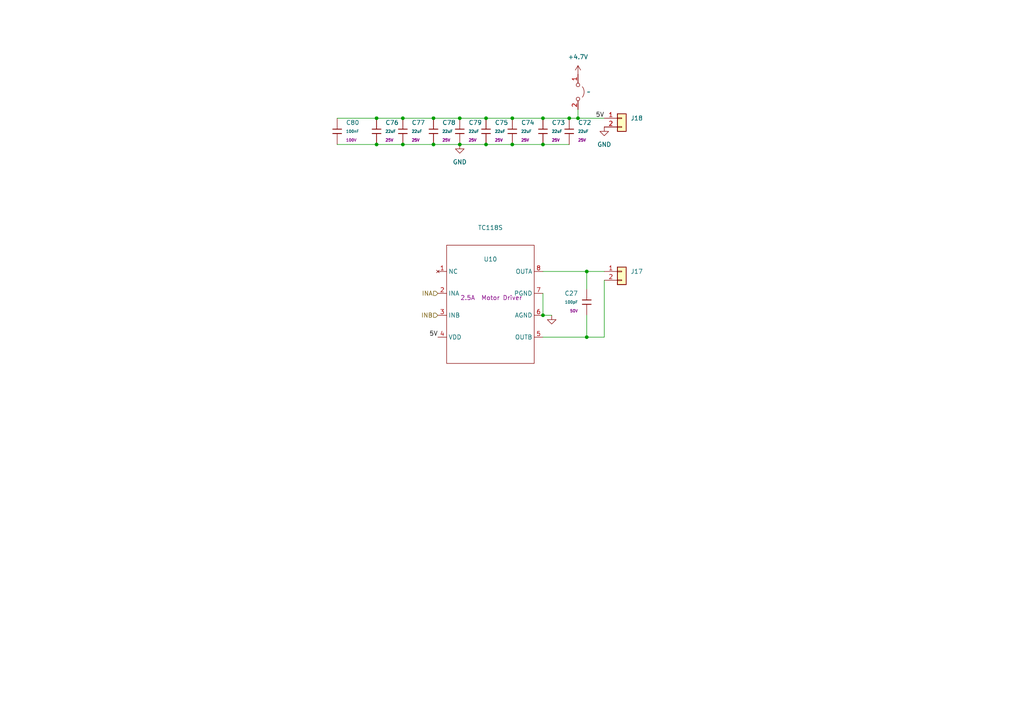
<source format=kicad_sch>
(kicad_sch (version 20250114) (generator "eeschema") (generator_version "9.0")
  (paper "A4")
  (lib_symbols
    (symbol "Connector_Generic:Conn_01x02" (pin_names (offset 1.016) (hide yes))
      (property "Reference" "J" (at 0 2.54 0))
      (property "Value" "Conn_01x02" (at 0 -5.08 0))
      (symbol "Conn_01x02_1_1"
        (rectangle (start -1.27 1.27) (end 1.27 -3.81) (stroke (width 0.254)) (fill (type background)))
        (rectangle (start -1.27 0.127) (end 0 -0.127) (stroke (width 0.1524)))
        (rectangle (start -1.27 -2.413) (end 0 -2.667) (stroke (width 0.1524)))
        (pin passive line (at -5.08 0 0) (length 3.81) (name "Pin_1") (number "1"))
        (pin passive line (at -5.08 -2.54 0) (length 3.81) (name "Pin_2") (number "2"))
      )
    )
    (symbol "Jumper:Jumper_2_Open" (pin_names (offset 0) (hide yes))
      (property "Reference" "JP" (at 0 2.794 0))
      (property "Value" "Jumper_2_Open" (at 0 -2.286 0))
      (symbol "Jumper_2_Open_0_0"
        (circle (center -2.032 0) (radius 0.508))
        (circle (center 2.032 0) (radius 0.508))
      )
      (symbol "Jumper_2_Open_0_1"
        (arc (start -1.524 1.27) (mid 0 1.778) (end 1.524 1.27))
      )
      (symbol "Jumper_2_Open_1_1"
        (pin passive line (at -5.08 0 0) (length 2.54) (name "A") (number "1"))
        (pin passive line (at 5.08 0 180) (length 2.54) (name "B") (number "2"))
      )
    )
    (symbol "PCM_JLCPCB-Capacitors:0402,100pF" (pin_numbers (hide yes)) (pin_names (offset 0))
      (property "Reference" "C" (at 2.032 1.668 0))
      (property "Value" "100pF" (at 2.032 -0.3782 0))
      (property "Voltage Rated" "50V" (at 2.032 -2.0462 0))
      (symbol "0402,100pF_0_1"
        (polyline (pts (xy -1.27 0.635) (xy 1.27 0.635)) (stroke (width 0.254)))
        (polyline (pts (xy -1.27 -0.635) (xy 1.27 -0.635)) (stroke (width 0.254)))
      )
      (symbol "0402,100pF_1_1"
        (pin passive line (at 0 3.81 270) (length 3.175) (name "~") (number "1"))
        (pin passive line (at 0 -3.81 90) (length 3.175) (name "~") (number "2"))
      )
    )
    (symbol "PCM_JLCPCB-Capacitors:0805,100nF" (pin_numbers (hide yes)) (pin_names (offset 0))
      (property "Reference" "C" (at 2.032 1.668 0))
      (property "Value" "100nF" (at 2.032 -0.3782 0))
      (property "Voltage Rated" "100V" (at 2.032 -2.0462 0))
      (symbol "0805,100nF_0_1"
        (polyline (pts (xy -1.27 0.635) (xy 1.27 0.635)) (stroke (width 0.254)))
        (polyline (pts (xy -1.27 -0.635) (xy 1.27 -0.635)) (stroke (width 0.254)))
      )
      (symbol "0805,100nF_1_1"
        (pin passive line (at 0 3.81 270) (length 3.175) (name "~") (number "1"))
        (pin passive line (at 0 -3.81 90) (length 3.175) (name "~") (number "2"))
      )
    )
    (symbol "PCM_JLCPCB-Capacitors:0805,22uF" (pin_numbers (hide yes)) (pin_names (offset 0))
      (property "Reference" "C" (at 2.032 1.668 0))
      (property "Value" "22uF" (at 2.032 -0.3782 0))
      (property "Voltage Rated" "25V" (at 2.032 -2.0462 0))
      (symbol "0805,22uF_0_1"
        (polyline (pts (xy -1.27 0.635) (xy 1.27 0.635)) (stroke (width 0.254)))
        (polyline (pts (xy -1.27 -0.635) (xy 1.27 -0.635)) (stroke (width 0.254)))
      )
      (symbol "0805,22uF_1_1"
        (pin passive line (at 0 3.81 270) (length 3.175) (name "~") (number "1"))
        (pin passive line (at 0 -3.81 90) (length 3.175) (name "~") (number "2"))
      )
    )
    (symbol "TC118S_H-Bridge:TC118S"
      (property "Reference" "U10" (at 0 8.636 0))
      (property "Value" "TC118S" (at 0 17.78 0))
      (property "Description" "2.5A  Motor Driver" (at 0.254 -2.54 0))
      (symbol "TC118S_0_1"
        (rectangle (start -12.7 12.7) (end 12.7 -21.59))
      )
      (symbol "TC118S_1_1"
        (pin no_connect line (at -15.24 5.08 0) (length 2.54) (name "NC") (number "1"))
        (pin input line (at -15.24 -1.27 0) (length 2.54) (name "INA") (number "2"))
        (pin input line (at -15.24 -7.62 0) (length 2.54) (name "INB") (number "3"))
        (pin power_in line (at -15.24 -13.97 0) (length 2.54) (name "VDD") (number "4"))
        (pin power_out line (at 15.24 5.08 180) (length 2.54) (name "OUTA") (number "8"))
        (pin power_in line (at 15.24 -1.27 180) (length 2.54) (name "PGND") (number "7"))
        (pin power_in line (at 15.24 -7.62 180) (length 2.54) (name "AGND") (number "6"))
        (pin power_in line (at 15.24 -13.97 180) (length 2.54) (name "OUTB") (number "5"))
      )
    )
    (symbol "power:+5V" (power) (pin_names (offset 0))
      (property "Value" "+5V" (at 0 3.556 0))
      (symbol "+5V_0_1"
        (polyline (pts (xy -0.762 1.27) (xy 0 2.54)))
        (polyline (pts (xy 0 2.54) (xy 0.762 1.27)))
        (polyline (pts (xy 0 0) (xy 0 2.54)))
      )
      (symbol "+5V_1_1"
        (pin power_in line (at 0 0 90) (length 0) (hide yes) (name "+5V") (number "1"))
      )
    )
    (symbol "power:GND" (power) (pin_numbers (hide yes)) (pin_names (offset 0) (hide yes))
      (property "Value" "GND" (at 0 -3.81 0))
      (symbol "GND_0_1"
        (polyline (pts (xy 0 0) (xy 0 -1.27) (xy 1.27 -1.27) (xy 0 -2.54) (xy -1.27 -1.27) (xy 0 -1.27)))
      )
      (symbol "GND_1_1"
        (pin power_in line (at 0 0 270) (length 0) (name "~") (number "1"))
      )
    )
  )
  (junction (at 165.1 34.29))
  (junction (at 157.48 34.29))
  (junction (at 148.59 34.29))
  (junction (at 167.64 34.29))
  (junction (at 157.48 91.44))
  (junction (at 125.73 34.29))
  (junction (at 109.22 41.91))
  (junction (at 109.22 34.29))
  (junction (at 148.59 41.91))
  (junction (at 116.84 34.29))
  (junction (at 133.35 41.91))
  (junction (at 170.18 78.74))
  (junction (at 170.18 97.79))
  (junction (at 140.97 34.29))
  (junction (at 116.84 41.91))
  (junction (at 125.73 41.91))
  (junction (at 140.97 41.91))
  (junction (at 133.35 34.29))
  (junction (at 157.48 41.91))
  (wire (pts (xy 157.48 78.74) (xy 170.18 78.74)))
  (wire (pts (xy 170.18 83.82) (xy 170.18 78.74)))
  (wire (pts (xy 157.48 34.29) (xy 165.1 34.29)))
  (wire (pts (xy 133.35 41.91) (xy 140.97 41.91)))
  (wire (pts (xy 125.73 34.29) (xy 133.35 34.29)))
  (wire (pts (xy 170.18 91.44) (xy 170.18 97.79)))
  (wire (pts (xy 170.18 78.74) (xy 175.26 78.74)))
  (wire (pts (xy 116.84 41.91) (xy 125.73 41.91)))
  (wire (pts (xy 97.79 41.91) (xy 109.22 41.91)))
  (wire (pts (xy 157.48 85.09) (xy 157.48 91.44)))
  (wire (pts (xy 157.48 97.79) (xy 170.18 97.79)))
  (wire (pts (xy 148.59 34.29) (xy 157.48 34.29)))
  (wire (pts (xy 167.64 31.75) (xy 167.64 34.29)))
  (wire (pts (xy 157.48 91.44) (xy 160.02 91.44)))
  (wire (pts (xy 133.35 34.29) (xy 140.97 34.29)))
  (wire (pts (xy 148.59 41.91) (xy 157.48 41.91)))
  (wire (pts (xy 109.22 34.29) (xy 116.84 34.29)))
  (wire (pts (xy 157.48 41.91) (xy 165.1 41.91)))
  (wire (pts (xy 165.1 34.29) (xy 167.64 34.29)))
  (wire (pts (xy 140.97 34.29) (xy 148.59 34.29)))
  (wire (pts (xy 109.22 41.91) (xy 116.84 41.91)))
  (wire (pts (xy 116.84 34.29) (xy 125.73 34.29)))
  (wire (pts (xy 167.64 34.29) (xy 175.26 34.29)))
  (wire (pts (xy 140.97 41.91) (xy 148.59 41.91)))
  (wire (pts (xy 97.79 34.29) (xy 109.22 34.29)))
  (wire (pts (xy 175.26 97.79) (xy 175.26 81.28)))
  (wire (pts (xy 170.18 97.79) (xy 175.26 97.79)))
  (wire (pts (xy 125.73 41.91) (xy 133.35 41.91)))
  (label "5V" (at 175.26 34.29 180))
  (label "5V" (at 127 97.79 180))
  (hierarchical_label "INA" (shape input) (at 127 85.09 180))
  (hierarchical_label "INB" (shape input) (at 127 91.44 180))
  (symbol (lib_id "power:+5V") (at 167.64 21.59 0) (unit 1)
    (property "Reference" "#PWR0143" (effects (hide yes)))
    (property "Value" "+4.7V" (at 167.64 16.51 0))
  )
  (symbol (lib_id "PCM_JLCPCB-Capacitors:0805,22uF") (at 140.97 38.1 0) (unit 1)
    (property "Reference" "C75" (at 143.51 35.5599 0) (effects (justify left)))
    (property "Value" "22uF" (at 143.51 38.1 0) (effects (font (size 0.8 0.8)) (justify left)))
    (property "Footprint" "PCM_JLCPCB:C_0805" (effects (hide yes)))
    (property "Datasheet" "https://www.lcsc.com/datasheet/lcsc_datasheet_2304140030_Samsung-Electro-Mechanics-CL21A226MAQNNNE_C45783.pdf" (effects (hide yes)))
    (property "Description" "25V 22uF X5R ±20% 0805 Multilayer Ceramic Capacitors MLCC - SMD/SMT ROHS" (effects (hide yes)))
    (property "LCSC" "C45783" (effects (hide yes)))
    (property "Stock" "6479946" (effects (hide yes)))
    (property "Price" "0.027USD" (effects (hide yes)))
    (property "Process" "SMT" (effects (hide yes)))
    (property "Minimum Qty" "20" (effects (hide yes)))
    (property "Attrition Qty" "8" (effects (hide yes)))
    (property "Class" "Basic Component" (effects (hide yes)))
    (property "Category" "Capacitors,Multilayer Ceramic Capacitors MLCC - SMD/SMT" (effects (hide yes)))
    (property "Manufacturer" "Samsung Electro-Mechanics" (effects (hide yes)))
    (property "Part" "CL21A226MAQNNNE" (effects (hide yes)))
    (property "Voltage Rated" "25V" (at 143.51 40.64 0) (effects (font (size 0.8 0.8)) (justify left)))
    (property "Tolerance" "±20%" (effects (hide yes)))
    (property "Capacitance" "22uF" (effects (hide yes)))
    (property "Temperature Coefficient" "X5R" (effects (hide yes)))
  )
  (symbol (lib_id "PCM_JLCPCB-Capacitors:0805,22uF") (at 148.59 38.1 0) (unit 1)
    (property "Reference" "C74" (at 151.13 35.5599 0) (effects (justify left)))
    (property "Value" "22uF" (at 151.13 38.1 0) (effects (font (size 0.8 0.8)) (justify left)))
    (property "Footprint" "PCM_JLCPCB:C_0805" (effects (hide yes)))
    (property "Datasheet" "https://www.lcsc.com/datasheet/lcsc_datasheet_2304140030_Samsung-Electro-Mechanics-CL21A226MAQNNNE_C45783.pdf" (effects (hide yes)))
    (property "Description" "25V 22uF X5R ±20% 0805 Multilayer Ceramic Capacitors MLCC - SMD/SMT ROHS" (effects (hide yes)))
    (property "LCSC" "C45783" (effects (hide yes)))
    (property "Stock" "6479946" (effects (hide yes)))
    (property "Price" "0.027USD" (effects (hide yes)))
    (property "Process" "SMT" (effects (hide yes)))
    (property "Minimum Qty" "20" (effects (hide yes)))
    (property "Attrition Qty" "8" (effects (hide yes)))
    (property "Class" "Basic Component" (effects (hide yes)))
    (property "Category" "Capacitors,Multilayer Ceramic Capacitors MLCC - SMD/SMT" (effects (hide yes)))
    (property "Manufacturer" "Samsung Electro-Mechanics" (effects (hide yes)))
    (property "Part" "CL21A226MAQNNNE" (effects (hide yes)))
    (property "Voltage Rated" "25V" (at 151.13 40.64 0) (effects (font (size 0.8 0.8)) (justify left)))
    (property "Tolerance" "±20%" (effects (hide yes)))
    (property "Capacitance" "22uF" (effects (hide yes)))
    (property "Temperature Coefficient" "X5R" (effects (hide yes)))
  )
  (symbol (lib_id "Connector_Generic:Conn_01x02") (at 180.34 78.74 0) (unit 1)
    (property "Reference" "J17" (at 182.88 78.7399 0) (effects (justify left)))
    (property "Value" "Screw_Terminal_01x02" (effects (hide yes)))
    (property "Footprint" "TerminalBlock_Phoenix:TerminalBlock_Phoenix_MKDS-1,5-2-5.08_1x02_P5.08mm_Horizontal" (effects (hide yes)))
    (property "Datasheet" "https://jlcpcb.com/api/file/downloadByFileSystemAccessId/8588887098661752832" (effects (hide yes)))
    (property "Description" "Generic connector, single row, 01x02, script generated (kicad-library-utils/schlib/autogen/connector/)" (effects (hide yes)))
    (property "LCSC" "C8465" (effects (hide yes)))
  )
  (symbol (lib_id "power:GND") (at 160.02 91.44 0) (unit 1)
    (property "Reference" "#PWR033" (effects (hide yes)))
    (property "Value" "GND" (effects (hide yes)))
    (property "Description" "Power symbol creates a global label with name \"GND\" , ground" (effects (hide yes)))
  )
  (symbol (lib_id "Jumper:Jumper_2_Open") (at 167.64 26.67 270) (unit 1)
    (property "Reference" "JP4" (effects (hide yes)))
    (property "Value" "~" (at 170.18 26.6699 90) (effects (justify left)))
    (property "Footprint" "Jumper:SolderJumper-2_P1.3mm_Open_RoundedPad1.0x1.5mm" (effects (hide yes)))
  )
  (symbol (lib_id "PCM_JLCPCB-Capacitors:0805,22uF") (at 157.48 38.1 0) (unit 1)
    (property "Reference" "C73" (at 160.02 35.5599 0) (effects (justify left)))
    (property "Value" "22uF" (at 160.02 38.1 0) (effects (font (size 0.8 0.8)) (justify left)))
    (property "Footprint" "PCM_JLCPCB:C_0805" (effects (hide yes)))
    (property "Datasheet" "https://www.lcsc.com/datasheet/lcsc_datasheet_2304140030_Samsung-Electro-Mechanics-CL21A226MAQNNNE_C45783.pdf" (effects (hide yes)))
    (property "Description" "25V 22uF X5R ±20% 0805 Multilayer Ceramic Capacitors MLCC - SMD/SMT ROHS" (effects (hide yes)))
    (property "LCSC" "C45783" (effects (hide yes)))
    (property "Stock" "6479946" (effects (hide yes)))
    (property "Price" "0.027USD" (effects (hide yes)))
    (property "Process" "SMT" (effects (hide yes)))
    (property "Minimum Qty" "20" (effects (hide yes)))
    (property "Attrition Qty" "8" (effects (hide yes)))
    (property "Class" "Basic Component" (effects (hide yes)))
    (property "Category" "Capacitors,Multilayer Ceramic Capacitors MLCC - SMD/SMT" (effects (hide yes)))
    (property "Manufacturer" "Samsung Electro-Mechanics" (effects (hide yes)))
    (property "Part" "CL21A226MAQNNNE" (effects (hide yes)))
    (property "Voltage Rated" "25V" (at 160.02 40.64 0) (effects (font (size 0.8 0.8)) (justify left)))
    (property "Tolerance" "±20%" (effects (hide yes)))
    (property "Capacitance" "22uF" (effects (hide yes)))
    (property "Temperature Coefficient" "X5R" (effects (hide yes)))
  )
  (symbol (lib_id "power:GND") (at 175.26 36.83 0) (unit 1)
    (property "Reference" "#PWR035" (effects (hide yes)))
    (property "Value" "GND" (at 175.26 41.91 0))
    (property "Description" "Power symbol creates a global label with name \"GND\" , ground" (effects (hide yes)))
  )
  (symbol (lib_id "PCM_JLCPCB-Capacitors:0805,22uF") (at 165.1 38.1 0) (unit 1)
    (property "Reference" "C72" (at 167.64 35.5599 0) (effects (justify left)))
    (property "Value" "22uF" (at 167.64 38.1 0) (effects (font (size 0.8 0.8)) (justify left)))
    (property "Footprint" "PCM_JLCPCB:C_0805" (effects (hide yes)))
    (property "Datasheet" "https://www.lcsc.com/datasheet/lcsc_datasheet_2304140030_Samsung-Electro-Mechanics-CL21A226MAQNNNE_C45783.pdf" (effects (hide yes)))
    (property "Description" "25V 22uF X5R ±20% 0805 Multilayer Ceramic Capacitors MLCC - SMD/SMT ROHS" (effects (hide yes)))
    (property "LCSC" "C45783" (effects (hide yes)))
    (property "Stock" "6479946" (effects (hide yes)))
    (property "Price" "0.027USD" (effects (hide yes)))
    (property "Process" "SMT" (effects (hide yes)))
    (property "Minimum Qty" "20" (effects (hide yes)))
    (property "Attrition Qty" "8" (effects (hide yes)))
    (property "Class" "Basic Component" (effects (hide yes)))
    (property "Category" "Capacitors,Multilayer Ceramic Capacitors MLCC - SMD/SMT" (effects (hide yes)))
    (property "Manufacturer" "Samsung Electro-Mechanics" (effects (hide yes)))
    (property "Part" "CL21A226MAQNNNE" (effects (hide yes)))
    (property "Voltage Rated" "25V" (at 167.64 40.64 0) (effects (font (size 0.8 0.8)) (justify left)))
    (property "Tolerance" "±20%" (effects (hide yes)))
    (property "Capacitance" "22uF" (effects (hide yes)))
    (property "Temperature Coefficient" "X5R" (effects (hide yes)))
  )
  (symbol (lib_id "PCM_JLCPCB-Capacitors:0805,22uF") (at 116.84 38.1 0) (unit 1)
    (property "Reference" "C77" (at 119.38 35.5599 0) (effects (justify left)))
    (property "Value" "22uF" (at 119.38 38.1 0) (effects (font (size 0.8 0.8)) (justify left)))
    (property "Footprint" "PCM_JLCPCB:C_0805" (effects (hide yes)))
    (property "Datasheet" "https://www.lcsc.com/datasheet/lcsc_datasheet_2304140030_Samsung-Electro-Mechanics-CL21A226MAQNNNE_C45783.pdf" (effects (hide yes)))
    (property "Description" "25V 22uF X5R ±20% 0805 Multilayer Ceramic Capacitors MLCC - SMD/SMT ROHS" (effects (hide yes)))
    (property "LCSC" "C45783" (effects (hide yes)))
    (property "Stock" "6479946" (effects (hide yes)))
    (property "Price" "0.027USD" (effects (hide yes)))
    (property "Process" "SMT" (effects (hide yes)))
    (property "Minimum Qty" "20" (effects (hide yes)))
    (property "Attrition Qty" "8" (effects (hide yes)))
    (property "Class" "Basic Component" (effects (hide yes)))
    (property "Category" "Capacitors,Multilayer Ceramic Capacitors MLCC - SMD/SMT" (effects (hide yes)))
    (property "Manufacturer" "Samsung Electro-Mechanics" (effects (hide yes)))
    (property "Part" "CL21A226MAQNNNE" (effects (hide yes)))
    (property "Voltage Rated" "25V" (at 119.38 40.64 0) (effects (font (size 0.8 0.8)) (justify left)))
    (property "Tolerance" "±20%" (effects (hide yes)))
    (property "Capacitance" "22uF" (effects (hide yes)))
    (property "Temperature Coefficient" "X5R" (effects (hide yes)))
  )
  (symbol (lib_id "Connector_Generic:Conn_01x02") (at 180.34 34.29 0) (unit 1)
    (property "Reference" "J18" (at 182.88 34.2899 0) (effects (justify left)))
    (property "Value" "Screw_Terminal_01x02" (effects (hide yes)))
    (property "Footprint" "TerminalBlock_Phoenix:TerminalBlock_Phoenix_MKDS-1,5-2-5.08_1x02_P5.08mm_Horizontal" (effects (hide yes)))
    (property "Datasheet" "https://jlcpcb.com/api/file/downloadByFileSystemAccessId/8588887098661752832" (effects (hide yes)))
    (property "Description" "Generic connector, single row, 01x02, script generated (kicad-library-utils/schlib/autogen/connector/)" (effects (hide yes)))
    (property "LCSC" "C8465" (effects (hide yes)))
  )
  (symbol (lib_id "PCM_JLCPCB-Capacitors:0805,22uF") (at 133.35 38.1 0) (unit 1)
    (property "Reference" "C79" (at 135.89 35.5599 0) (effects (justify left)))
    (property "Value" "22uF" (at 135.89 38.1 0) (effects (font (size 0.8 0.8)) (justify left)))
    (property "Footprint" "PCM_JLCPCB:C_0805" (effects (hide yes)))
    (property "Datasheet" "https://www.lcsc.com/datasheet/lcsc_datasheet_2304140030_Samsung-Electro-Mechanics-CL21A226MAQNNNE_C45783.pdf" (effects (hide yes)))
    (property "Description" "25V 22uF X5R ±20% 0805 Multilayer Ceramic Capacitors MLCC - SMD/SMT ROHS" (effects (hide yes)))
    (property "LCSC" "C45783" (effects (hide yes)))
    (property "Stock" "6479946" (effects (hide yes)))
    (property "Price" "0.027USD" (effects (hide yes)))
    (property "Process" "SMT" (effects (hide yes)))
    (property "Minimum Qty" "20" (effects (hide yes)))
    (property "Attrition Qty" "8" (effects (hide yes)))
    (property "Class" "Basic Component" (effects (hide yes)))
    (property "Category" "Capacitors,Multilayer Ceramic Capacitors MLCC - SMD/SMT" (effects (hide yes)))
    (property "Manufacturer" "Samsung Electro-Mechanics" (effects (hide yes)))
    (property "Part" "CL21A226MAQNNNE" (effects (hide yes)))
    (property "Voltage Rated" "25V" (at 135.89 40.64 0) (effects (font (size 0.8 0.8)) (justify left)))
    (property "Tolerance" "±20%" (effects (hide yes)))
    (property "Capacitance" "22uF" (effects (hide yes)))
    (property "Temperature Coefficient" "X5R" (effects (hide yes)))
  )
  (symbol (lib_id "PCM_JLCPCB-Capacitors:0805,22uF") (at 125.73 38.1 0) (unit 1)
    (property "Reference" "C78" (at 128.27 35.5599 0) (effects (justify left)))
    (property "Value" "22uF" (at 128.27 38.1 0) (effects (font (size 0.8 0.8)) (justify left)))
    (property "Footprint" "PCM_JLCPCB:C_0805" (effects (hide yes)))
    (property "Datasheet" "https://www.lcsc.com/datasheet/lcsc_datasheet_2304140030_Samsung-Electro-Mechanics-CL21A226MAQNNNE_C45783.pdf" (effects (hide yes)))
    (property "Description" "25V 22uF X5R ±20% 0805 Multilayer Ceramic Capacitors MLCC - SMD/SMT ROHS" (effects (hide yes)))
    (property "LCSC" "C45783" (effects (hide yes)))
    (property "Stock" "6479946" (effects (hide yes)))
    (property "Price" "0.027USD" (effects (hide yes)))
    (property "Process" "SMT" (effects (hide yes)))
    (property "Minimum Qty" "20" (effects (hide yes)))
    (property "Attrition Qty" "8" (effects (hide yes)))
    (property "Class" "Basic Component" (effects (hide yes)))
    (property "Category" "Capacitors,Multilayer Ceramic Capacitors MLCC - SMD/SMT" (effects (hide yes)))
    (property "Manufacturer" "Samsung Electro-Mechanics" (effects (hide yes)))
    (property "Part" "CL21A226MAQNNNE" (effects (hide yes)))
    (property "Voltage Rated" "25V" (at 128.27 40.64 0) (effects (font (size 0.8 0.8)) (justify left)))
    (property "Tolerance" "±20%" (effects (hide yes)))
    (property "Capacitance" "22uF" (effects (hide yes)))
    (property "Temperature Coefficient" "X5R" (effects (hide yes)))
  )
  (symbol (lib_id "PCM_JLCPCB-Capacitors:0805,100nF") (at 97.79 38.1 0) (unit 1)
    (property "Reference" "C80" (at 100.33 35.5599 0) (effects (justify left)))
    (property "Value" "100nF" (at 100.33 38.1 0) (effects (font (size 0.8 0.8)) (justify left)))
    (property "Footprint" "PCM_JLCPCB:C_0805" (effects (hide yes)))
    (property "Datasheet" "https://www.lcsc.com/datasheet/lcsc_datasheet_2304140030_Samsung-Electro-Mechanics-CL21B104KCFNNNE_C28233.pdf" (effects (hide yes)))
    (property "Description" "100V 100nF X7R ±10% 0805 Multilayer Ceramic Capacitors MLCC - SMD/SMT ROHS" (effects (hide yes)))
    (property "LCSC" "C28233" (effects (hide yes)))
    (property "Stock" "1168020" (effects (hide yes)))
    (property "Price" "0.009USD" (effects (hide yes)))
    (property "Process" "SMT" (effects (hide yes)))
    (property "Minimum Qty" "20" (effects (hide yes)))
    (property "Attrition Qty" "10" (effects (hide yes)))
    (property "Class" "Basic Component" (effects (hide yes)))
    (property "Category" "Capacitors,Multilayer Ceramic Capacitors MLCC - SMD/SMT" (effects (hide yes)))
    (property "Manufacturer" "Samsung Electro-Mechanics" (effects (hide yes)))
    (property "Part" "CL21B104KCFNNNE" (effects (hide yes)))
    (property "Voltage Rated" "100V" (at 100.33 40.64 0) (effects (font (size 0.8 0.8)) (justify left)))
    (property "Tolerance" "±10%" (effects (hide yes)))
    (property "Capacitance" "100nF" (effects (hide yes)))
    (property "Temperature Coefficient" "X7R" (effects (hide yes)))
  )
  (symbol (lib_id "power:GND") (at 133.35 41.91 0) (unit 1)
    (property "Reference" "#PWR037" (effects (hide yes)))
    (property "Value" "GND" (at 133.35 46.99 0))
    (property "Description" "Power symbol creates a global label with name \"GND\" , ground" (effects (hide yes)))
  )
  (symbol (lib_id "PCM_JLCPCB-Capacitors:0402,100pF") (at 170.18 87.63 0) (mirror y) (unit 1)
    (property "Reference" "C27" (at 167.64 85.0899 0) (effects (justify left)))
    (property "Value" "100pF" (at 167.64 87.63 0) (effects (font (size 0.8 0.8)) (justify left)))
    (property "Footprint" "PCM_JLCPCB:C_0402" (effects (hide yes)))
    (property "Datasheet" "https://www.lcsc.com/datasheet/lcsc_datasheet_2304140030_FH--Guangdong-Fenghua-Advanced-Tech-0402CG101J500NT_C1546.pdf" (effects (hide yes)))
    (property "Description" "50V 100pF C0G ±5% 0402 Multilayer Ceramic Capacitors MLCC - SMD/SMT ROHS" (effects (hide yes)))
    (property "LCSC" "C1546" (effects (hide yes)))
    (property "Stock" "2554383" (effects (hide yes)))
    (property "Price" "0.004USD" (effects (hide yes)))
    (property "Process" "SMT" (effects (hide yes)))
    (property "Minimum Qty" "20" (effects (hide yes)))
    (property "Attrition Qty" "10" (effects (hide yes)))
    (property "Class" "Basic Component" (effects (hide yes)))
    (property "Category" "Capacitors,Multilayer Ceramic Capacitors MLCC - SMD/SMT" (effects (hide yes)))
    (property "Manufacturer" "FH(Guangdong Fenghua Advanced Tech)" (effects (hide yes)))
    (property "Part" "0402CG101J500NT" (effects (hide yes)))
    (property "Voltage Rated" "50V" (at 167.64 90.17 0) (effects (font (size 0.8 0.8)) (justify left)))
    (property "Tolerance" "±5%" (effects (hide yes)))
    (property "Capacitance" "100pF" (effects (hide yes)))
    (property "Temperature Coefficient" "C0G" (effects (hide yes)))
  )
  (symbol (lib_id "TC118S_H-Bridge:TC118S") (at 142.24 83.82 0) (unit 1)
    (property "Reference" "U10" (at 142.24 75.184 0))
    (property "Value" "TC118S" (at 142.24 66.04 0))
    (property "Footprint" "Package_SO:SOP-8_3.76x4.96mm_P1.27mm" (effects (hide yes)))
    (property "Datasheet" "https://jlcpcb.com/api/file/downloadByFileSystemAccessId/8586180146944749568" (effects (hide yes)))
    (property "Description" "2.5A  Motor Driver" (at 142.494 86.36 0))
    (property "LCSC" "C88308" (effects (hide yes)))
  )
  (symbol (lib_id "PCM_JLCPCB-Capacitors:0805,22uF") (at 109.22 38.1 0) (unit 1)
    (property "Reference" "C76" (at 111.76 35.5599 0) (effects (justify left)))
    (property "Value" "22uF" (at 111.76 38.1 0) (effects (font (size 0.8 0.8)) (justify left)))
    (property "Footprint" "PCM_JLCPCB:C_0805" (effects (hide yes)))
    (property "Datasheet" "https://www.lcsc.com/datasheet/lcsc_datasheet_2304140030_Samsung-Electro-Mechanics-CL21A226MAQNNNE_C45783.pdf" (effects (hide yes)))
    (property "Description" "25V 22uF X5R ±20% 0805 Multilayer Ceramic Capacitors MLCC - SMD/SMT ROHS" (effects (hide yes)))
    (property "LCSC" "C45783" (effects (hide yes)))
    (property "Stock" "6479946" (effects (hide yes)))
    (property "Price" "0.027USD" (effects (hide yes)))
    (property "Process" "SMT" (effects (hide yes)))
    (property "Minimum Qty" "20" (effects (hide yes)))
    (property "Attrition Qty" "8" (effects (hide yes)))
    (property "Class" "Basic Component" (effects (hide yes)))
    (property "Category" "Capacitors,Multilayer Ceramic Capacitors MLCC - SMD/SMT" (effects (hide yes)))
    (property "Manufacturer" "Samsung Electro-Mechanics" (effects (hide yes)))
    (property "Part" "CL21A226MAQNNNE" (effects (hide yes)))
    (property "Voltage Rated" "25V" (at 111.76 40.64 0) (effects (font (size 0.8 0.8)) (justify left)))
    (property "Tolerance" "±20%" (effects (hide yes)))
    (property "Capacitance" "22uF" (effects (hide yes)))
    (property "Temperature Coefficient" "X5R" (effects (hide yes)))
  )
)
</source>
